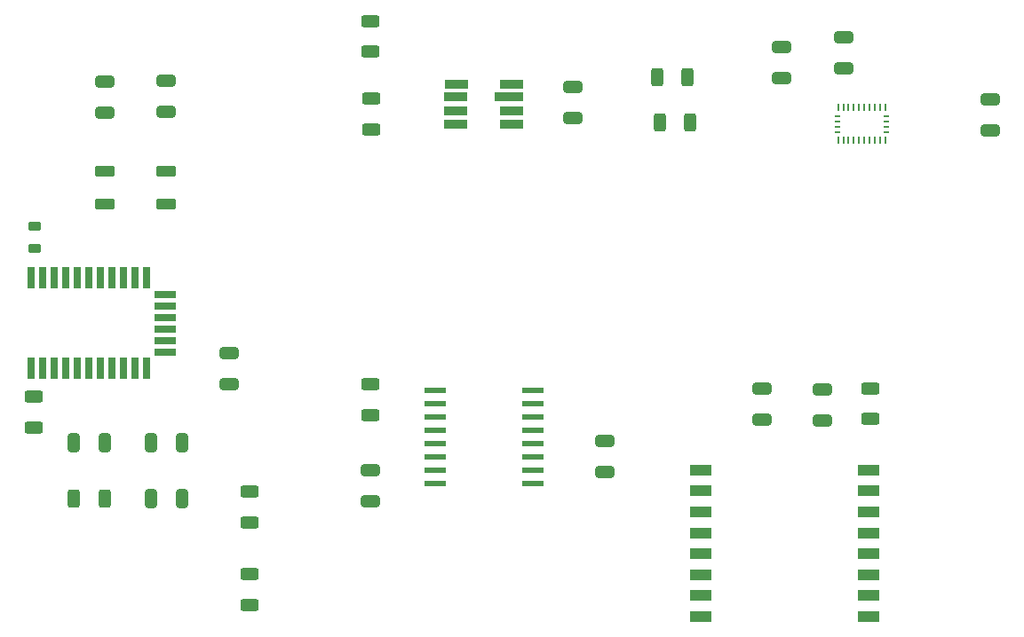
<source format=gtp>
G04 #@! TF.GenerationSoftware,KiCad,Pcbnew,(6.0.7-1)-1*
G04 #@! TF.CreationDate,2023-01-09T19:50:39-06:00*
G04 #@! TF.ProjectId,Neutro_v1,4e657574-726f-45f7-9631-2e6b69636164,v1*
G04 #@! TF.SameCoordinates,Original*
G04 #@! TF.FileFunction,Paste,Top*
G04 #@! TF.FilePolarity,Positive*
%FSLAX46Y46*%
G04 Gerber Fmt 4.6, Leading zero omitted, Abs format (unit mm)*
G04 Created by KiCad (PCBNEW (6.0.7-1)-1) date 2023-01-09 19:50:39*
%MOMM*%
%LPD*%
G01*
G04 APERTURE LIST*
G04 Aperture macros list*
%AMRoundRect*
0 Rectangle with rounded corners*
0 $1 Rounding radius*
0 $2 $3 $4 $5 $6 $7 $8 $9 X,Y pos of 4 corners*
0 Add a 4 corners polygon primitive as box body*
4,1,4,$2,$3,$4,$5,$6,$7,$8,$9,$2,$3,0*
0 Add four circle primitives for the rounded corners*
1,1,$1+$1,$2,$3*
1,1,$1+$1,$4,$5*
1,1,$1+$1,$6,$7*
1,1,$1+$1,$8,$9*
0 Add four rect primitives between the rounded corners*
20,1,$1+$1,$2,$3,$4,$5,0*
20,1,$1+$1,$4,$5,$6,$7,0*
20,1,$1+$1,$6,$7,$8,$9,0*
20,1,$1+$1,$8,$9,$2,$3,0*%
G04 Aperture macros list end*
%ADD10RoundRect,0.250000X0.625000X-0.312500X0.625000X0.312500X-0.625000X0.312500X-0.625000X-0.312500X0*%
%ADD11RoundRect,0.250000X0.325000X0.650000X-0.325000X0.650000X-0.325000X-0.650000X0.325000X-0.650000X0*%
%ADD12RoundRect,0.250000X-0.625000X0.312500X-0.625000X-0.312500X0.625000X-0.312500X0.625000X0.312500X0*%
%ADD13RoundRect,0.250000X0.650000X-0.325000X0.650000X0.325000X-0.650000X0.325000X-0.650000X-0.325000X0*%
%ADD14RoundRect,0.250000X-0.650000X0.325000X-0.650000X-0.325000X0.650000X-0.325000X0.650000X0.325000X0*%
%ADD15RoundRect,0.250000X-0.312500X-0.625000X0.312500X-0.625000X0.312500X0.625000X-0.312500X0.625000X0*%
%ADD16RoundRect,0.250000X0.700000X-0.275000X0.700000X0.275000X-0.700000X0.275000X-0.700000X-0.275000X0*%
%ADD17RoundRect,0.218750X-0.381250X0.218750X-0.381250X-0.218750X0.381250X-0.218750X0.381250X0.218750X0*%
%ADD18R,0.700000X2.000000*%
%ADD19R,2.000000X0.700000*%
%ADD20RoundRect,0.041300X-0.983700X-0.253700X0.983700X-0.253700X0.983700X0.253700X-0.983700X0.253700X0*%
%ADD21R,2.000000X1.000000*%
%ADD22R,2.250000X0.900000*%
%ADD23R,2.800000X0.900000*%
%ADD24R,0.250000X0.675000*%
%ADD25R,0.575000X0.250000*%
G04 APERTURE END LIST*
D10*
X103124000Y-111262500D03*
X103124000Y-108337500D03*
D11*
X117252998Y-112727500D03*
X114302998Y-112727500D03*
D12*
X135200000Y-107137500D03*
X135200000Y-110062500D03*
D13*
X135255000Y-118315000D03*
X135255000Y-115365000D03*
D11*
X117252998Y-118061500D03*
X114302998Y-118061500D03*
D14*
X174449000Y-74979000D03*
X174449000Y-77929000D03*
D13*
X154559000Y-81739000D03*
X154559000Y-78789000D03*
D15*
X162537500Y-77800000D03*
X165462500Y-77800000D03*
D14*
X194310000Y-79932000D03*
X194310000Y-82882000D03*
D16*
X115777998Y-89918500D03*
X115777998Y-86768500D03*
D15*
X162826500Y-82169000D03*
X165751500Y-82169000D03*
D13*
X109935998Y-81182500D03*
X109935998Y-78232500D03*
D17*
X103251000Y-92037500D03*
X103251000Y-94162500D03*
D12*
X135337500Y-79875000D03*
X135337500Y-82800000D03*
D11*
X109886998Y-112727500D03*
X106936998Y-112727500D03*
D12*
X123700000Y-117375000D03*
X123700000Y-120300000D03*
D13*
X121793000Y-107139000D03*
X121793000Y-104189000D03*
D16*
X109935998Y-89918500D03*
X109935998Y-86768500D03*
D12*
X135200000Y-72475000D03*
X135200000Y-75400000D03*
D14*
X157607000Y-112571000D03*
X157607000Y-115521000D03*
X178308000Y-107618000D03*
X178308000Y-110568000D03*
D15*
X106949498Y-118061500D03*
X109874498Y-118061500D03*
D12*
X182880000Y-107503500D03*
X182880000Y-110428500D03*
D18*
X102874000Y-105617500D03*
X103974000Y-105617500D03*
X105074000Y-105617500D03*
X106174000Y-105617500D03*
X107274000Y-105617500D03*
X108374000Y-105617500D03*
X109474000Y-105617500D03*
X110574000Y-105617500D03*
X111674000Y-105617500D03*
X112774000Y-105617500D03*
X113874000Y-105617500D03*
D19*
X115674000Y-104067500D03*
X115674000Y-102967500D03*
X115674000Y-101867500D03*
X115674000Y-100767500D03*
X115674000Y-99667500D03*
X115674000Y-98567500D03*
D18*
X113874000Y-96977500D03*
X112774000Y-96977500D03*
X111674000Y-96977500D03*
X110574000Y-96977500D03*
X109474000Y-96977500D03*
X108374000Y-96977500D03*
X107274000Y-96977500D03*
X106174000Y-96977500D03*
X105074000Y-96977500D03*
X103974000Y-96977500D03*
X102874000Y-96977500D03*
D20*
X141395000Y-107696000D03*
X141395000Y-108966000D03*
X141395000Y-110236000D03*
X141395000Y-111506000D03*
X141395000Y-112776000D03*
X141395000Y-114046000D03*
X141395000Y-115316000D03*
X141395000Y-116586000D03*
X150705000Y-116586000D03*
X150705000Y-115316000D03*
X150705000Y-114046000D03*
X150705000Y-112776000D03*
X150705000Y-111506000D03*
X150705000Y-110236000D03*
X150705000Y-108966000D03*
X150705000Y-107696000D03*
D12*
X123700000Y-125237500D03*
X123700000Y-128162500D03*
D14*
X180340000Y-74012000D03*
X180340000Y-76962000D03*
D13*
X115777998Y-81133500D03*
X115777998Y-78183500D03*
D21*
X166752000Y-115301000D03*
X166752000Y-117301000D03*
X166752000Y-119301000D03*
X166752000Y-121301000D03*
X166752000Y-123301000D03*
X166752000Y-125301000D03*
X166752000Y-127301000D03*
X166752000Y-129301000D03*
X182752000Y-129301000D03*
X182752000Y-127301000D03*
X182752000Y-125301000D03*
X182752000Y-123301000D03*
X182752000Y-121301000D03*
X182752000Y-119301000D03*
X182752000Y-117301000D03*
X182752000Y-115301000D03*
D22*
X148733000Y-82276000D03*
X148733000Y-81026000D03*
D23*
X148458000Y-79726000D03*
D22*
X148733000Y-78476000D03*
X143430500Y-78476000D03*
X143383000Y-79726000D03*
X143383000Y-81026000D03*
X143383000Y-82276000D03*
D24*
X179819000Y-80733500D03*
D25*
X179756500Y-81546000D03*
X179756500Y-82046000D03*
X179756500Y-82546000D03*
X179756500Y-83046000D03*
D24*
X179819000Y-83858500D03*
X180319000Y-83858500D03*
X180819000Y-83858500D03*
X181319000Y-83858500D03*
X181819000Y-83858500D03*
X182319000Y-83858500D03*
X182819000Y-83858500D03*
X183319000Y-83858500D03*
X183819000Y-83858500D03*
X184319000Y-83858500D03*
D25*
X184381500Y-83046000D03*
X184381500Y-82546000D03*
X184381500Y-82046000D03*
X184381500Y-81546000D03*
D24*
X184319000Y-80733500D03*
X183819000Y-80733500D03*
X183319000Y-80733500D03*
X182819000Y-80733500D03*
X182319000Y-80733500D03*
X181819000Y-80733500D03*
X181319000Y-80733500D03*
X180819000Y-80733500D03*
X180319000Y-80733500D03*
D14*
X172593000Y-107540000D03*
X172593000Y-110490000D03*
M02*

</source>
